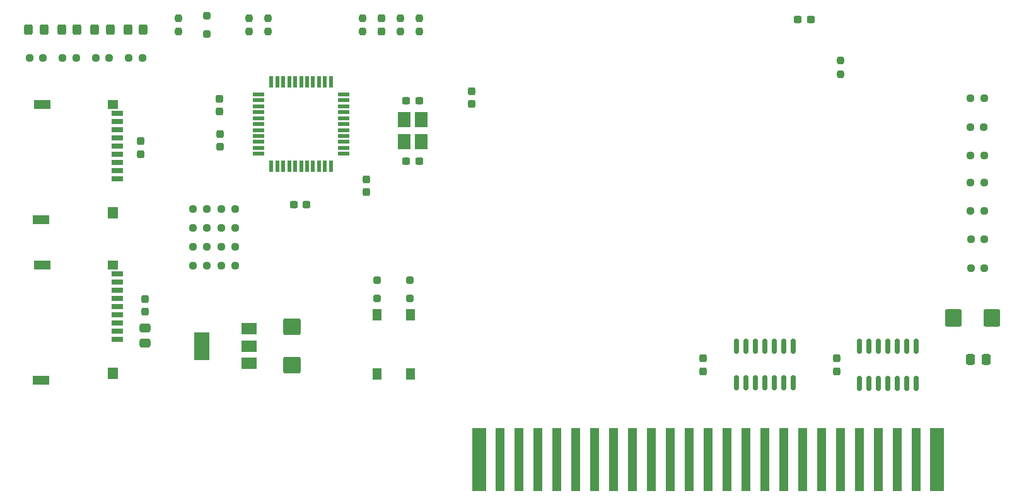
<source format=gbr>
%TF.GenerationSoftware,KiCad,Pcbnew,7.0.6+dfsg-1*%
%TF.CreationDate,2023-08-04T14:19:36+01:00*%
%TF.ProjectId,Apple2Card,4170706c-6532-4436-9172-642e6b696361,rev?*%
%TF.SameCoordinates,Original*%
%TF.FileFunction,Paste,Top*%
%TF.FilePolarity,Positive*%
%FSLAX46Y46*%
G04 Gerber Fmt 4.6, Leading zero omitted, Abs format (unit mm)*
G04 Created by KiCad (PCBNEW 7.0.6+dfsg-1) date 2023-08-04 14:19:36*
%MOMM*%
%LPD*%
G01*
G04 APERTURE LIST*
G04 Aperture macros list*
%AMRoundRect*
0 Rectangle with rounded corners*
0 $1 Rounding radius*
0 $2 $3 $4 $5 $6 $7 $8 $9 X,Y pos of 4 corners*
0 Add a 4 corners polygon primitive as box body*
4,1,4,$2,$3,$4,$5,$6,$7,$8,$9,$2,$3,0*
0 Add four circle primitives for the rounded corners*
1,1,$1+$1,$2,$3*
1,1,$1+$1,$4,$5*
1,1,$1+$1,$6,$7*
1,1,$1+$1,$8,$9*
0 Add four rect primitives between the rounded corners*
20,1,$1+$1,$2,$3,$4,$5,0*
20,1,$1+$1,$4,$5,$6,$7,0*
20,1,$1+$1,$6,$7,$8,$9,0*
20,1,$1+$1,$8,$9,$2,$3,0*%
G04 Aperture macros list end*
%ADD10RoundRect,0.237500X-0.300000X-0.237500X0.300000X-0.237500X0.300000X0.237500X-0.300000X0.237500X0*%
%ADD11RoundRect,0.237500X-0.250000X-0.237500X0.250000X-0.237500X0.250000X0.237500X-0.250000X0.237500X0*%
%ADD12RoundRect,0.237500X0.237500X-0.300000X0.237500X0.300000X-0.237500X0.300000X-0.237500X-0.300000X0*%
%ADD13RoundRect,0.237500X0.250000X0.237500X-0.250000X0.237500X-0.250000X-0.237500X0.250000X-0.237500X0*%
%ADD14RoundRect,0.250000X-0.250000X0.250000X-0.250000X-0.250000X0.250000X-0.250000X0.250000X0.250000X0*%
%ADD15RoundRect,0.237500X-0.237500X0.250000X-0.237500X-0.250000X0.237500X-0.250000X0.237500X0.250000X0*%
%ADD16RoundRect,0.250000X-0.325000X-0.450000X0.325000X-0.450000X0.325000X0.450000X-0.325000X0.450000X0*%
%ADD17RoundRect,0.237500X0.300000X0.237500X-0.300000X0.237500X-0.300000X-0.237500X0.300000X-0.237500X0*%
%ADD18R,1.400000X1.600000*%
%ADD19R,2.200000X1.200000*%
%ADD20R,1.600000X0.700000*%
%ADD21R,1.400000X1.200000*%
%ADD22RoundRect,0.237500X-0.237500X0.300000X-0.237500X-0.300000X0.237500X-0.300000X0.237500X0.300000X0*%
%ADD23RoundRect,0.250000X-0.925000X0.875000X-0.925000X-0.875000X0.925000X-0.875000X0.925000X0.875000X0*%
%ADD24R,1.270000X8.530000*%
%ADD25R,1.910000X8.530000*%
%ADD26RoundRect,0.237500X0.237500X-0.250000X0.237500X0.250000X-0.237500X0.250000X-0.237500X-0.250000X0*%
%ADD27R,2.000000X1.500000*%
%ADD28R,2.000000X3.800000*%
%ADD29R,1.800000X2.100000*%
%ADD30RoundRect,0.250000X-0.875000X-0.925000X0.875000X-0.925000X0.875000X0.925000X-0.875000X0.925000X0*%
%ADD31R,1.500000X0.550000*%
%ADD32R,0.550000X1.500000*%
%ADD33RoundRect,0.150000X0.150000X-0.825000X0.150000X0.825000X-0.150000X0.825000X-0.150000X-0.825000X0*%
%ADD34RoundRect,0.250000X-0.475000X0.337500X-0.475000X-0.337500X0.475000X-0.337500X0.475000X0.337500X0*%
%ADD35R,1.300000X1.550000*%
%ADD36RoundRect,0.250000X-0.337500X-0.475000X0.337500X-0.475000X0.337500X0.475000X-0.337500X0.475000X0*%
G04 APERTURE END LIST*
D10*
%TO.C,C2*%
X110643500Y-50800000D03*
X112368500Y-50800000D03*
%TD*%
D11*
%TO.C,R21*%
X186412500Y-58166000D03*
X188237500Y-58166000D03*
%TD*%
D12*
%TO.C,C15*%
X74930000Y-58012500D03*
X74930000Y-56287500D03*
%TD*%
D13*
%TO.C,R24*%
X70762500Y-45085000D03*
X68937500Y-45085000D03*
%TD*%
%TO.C,R15*%
X83820000Y-65405000D03*
X81995000Y-65405000D03*
%TD*%
D14*
%TO.C,D8*%
X111125000Y-74950000D03*
X111125000Y-77450000D03*
%TD*%
D15*
%TO.C,R6*%
X109860000Y-39727500D03*
X109860000Y-41552500D03*
%TD*%
%TO.C,R5*%
X112400000Y-39727500D03*
X112400000Y-41552500D03*
%TD*%
D16*
%TO.C,D1*%
X68825000Y-41275000D03*
X70875000Y-41275000D03*
%TD*%
D17*
%TO.C,C8*%
X164946500Y-39878000D03*
X163221500Y-39878000D03*
%TD*%
D18*
%TO.C,U5*%
X71220000Y-87495000D03*
D19*
X61720000Y-72895000D03*
D20*
X71820000Y-82895000D03*
X71820000Y-81795000D03*
X71820000Y-80695000D03*
X71820000Y-79595000D03*
X71820000Y-78495000D03*
X71820000Y-77395000D03*
X71820000Y-76295000D03*
X71820000Y-75195000D03*
X71820000Y-74095000D03*
D21*
X71220000Y-72895000D03*
D19*
X61620000Y-88395000D03*
%TD*%
D16*
%TO.C,D11*%
X73270000Y-41275000D03*
X75320000Y-41275000D03*
%TD*%
D14*
%TO.C,D7*%
X83820000Y-39390000D03*
X83820000Y-41890000D03*
%TD*%
D22*
%TO.C,C10*%
X150495000Y-85497500D03*
X150495000Y-87222500D03*
%TD*%
%TO.C,C9*%
X105270000Y-61382500D03*
X105270000Y-63107500D03*
%TD*%
D23*
%TO.C,C6*%
X95250000Y-81270000D03*
X95250000Y-86370000D03*
%TD*%
D11*
%TO.C,R22*%
X186362500Y-54356000D03*
X188187500Y-54356000D03*
%TD*%
D16*
%TO.C,D9*%
X64380000Y-41275000D03*
X66430000Y-41275000D03*
%TD*%
D11*
%TO.C,R18*%
X186392500Y-65646000D03*
X188217500Y-65646000D03*
%TD*%
D12*
%TO.C,C12*%
X85585000Y-52312500D03*
X85585000Y-50587500D03*
%TD*%
D24*
%TO.C,BUS1*%
X123190000Y-99060000D03*
X125730000Y-99060000D03*
X128270000Y-99060000D03*
X130810000Y-99060000D03*
X133350000Y-99060000D03*
X135890000Y-99060000D03*
X138430000Y-99060000D03*
X140970000Y-99060000D03*
X143510000Y-99060000D03*
X146050000Y-99060000D03*
X148590000Y-99060000D03*
X151130000Y-99060000D03*
X153670000Y-99060000D03*
X156210000Y-99060000D03*
X158750000Y-99060000D03*
X161290000Y-99060000D03*
X163830000Y-99060000D03*
X166370000Y-99060000D03*
X168910000Y-99060000D03*
X171450000Y-99060000D03*
X173990000Y-99060000D03*
X176530000Y-99060000D03*
X179070000Y-99060000D03*
D25*
X181864000Y-99060000D03*
X120396000Y-99060000D03*
%TD*%
D13*
%TO.C,R13*%
X83820000Y-73025000D03*
X81995000Y-73025000D03*
%TD*%
D26*
%TO.C,R27*%
X92075000Y-41552500D03*
X92075000Y-39727500D03*
%TD*%
D27*
%TO.C,U1*%
X89510000Y-86120000D03*
X89510000Y-83820000D03*
D28*
X83210000Y-83820000D03*
D27*
X89510000Y-81520000D03*
%TD*%
D29*
%TO.C,Y1*%
X112656000Y-56314000D03*
X112656000Y-53414000D03*
X110356000Y-53414000D03*
X110356000Y-56314000D03*
%TD*%
D13*
%TO.C,R26*%
X66317500Y-45085000D03*
X64492500Y-45085000D03*
%TD*%
%TO.C,R25*%
X75207500Y-45085000D03*
X73382500Y-45085000D03*
%TD*%
D30*
%TO.C,C17*%
X184140000Y-80010000D03*
X189240000Y-80010000D03*
%TD*%
D31*
%TO.C,U7*%
X102220000Y-57975000D03*
X102220000Y-57175000D03*
X102220000Y-56375000D03*
X102220000Y-55575000D03*
X102220000Y-54775000D03*
X102220000Y-53975000D03*
X102220000Y-53175000D03*
X102220000Y-52375000D03*
X102220000Y-51575000D03*
X102220000Y-50775000D03*
X102220000Y-49975000D03*
D32*
X100520000Y-48275000D03*
X99720000Y-48275000D03*
X98920000Y-48275000D03*
X98120000Y-48275000D03*
X97320000Y-48275000D03*
X96520000Y-48275000D03*
X95720000Y-48275000D03*
X94920000Y-48275000D03*
X94120000Y-48275000D03*
X93320000Y-48275000D03*
X92520000Y-48275000D03*
D31*
X90820000Y-49975000D03*
X90820000Y-50775000D03*
X90820000Y-51575000D03*
X90820000Y-52375000D03*
X90820000Y-53175000D03*
X90820000Y-53975000D03*
X90820000Y-54775000D03*
X90820000Y-55575000D03*
X90820000Y-56375000D03*
X90820000Y-57175000D03*
X90820000Y-57975000D03*
D32*
X92520000Y-59675000D03*
X93320000Y-59675000D03*
X94120000Y-59675000D03*
X94920000Y-59675000D03*
X95720000Y-59675000D03*
X96520000Y-59675000D03*
X97320000Y-59675000D03*
X98120000Y-59675000D03*
X98920000Y-59675000D03*
X99720000Y-59675000D03*
X100520000Y-59675000D03*
%TD*%
D13*
%TO.C,R16*%
X83818100Y-70485000D03*
X81993100Y-70485000D03*
%TD*%
D11*
%TO.C,R3*%
X186437500Y-69496000D03*
X188262500Y-69496000D03*
%TD*%
%TO.C,R23*%
X186407500Y-50486000D03*
X188232500Y-50486000D03*
%TD*%
D33*
%TO.C,U2*%
X154940000Y-88770000D03*
X156210000Y-88770000D03*
X157480000Y-88770000D03*
X158750000Y-88770000D03*
X160020000Y-88770000D03*
X161290000Y-88770000D03*
X162560000Y-88770000D03*
X162560000Y-83820000D03*
X161290000Y-83820000D03*
X160020000Y-83820000D03*
X158750000Y-83820000D03*
X157480000Y-83820000D03*
X156210000Y-83820000D03*
X154940000Y-83820000D03*
%TD*%
D18*
%TO.C,U6*%
X71220000Y-65905000D03*
D19*
X61720000Y-51305000D03*
D20*
X71820000Y-61305000D03*
X71820000Y-60205000D03*
X71820000Y-59105000D03*
X71820000Y-58005000D03*
X71820000Y-56905000D03*
X71820000Y-55805000D03*
X71820000Y-54705000D03*
X71820000Y-53605000D03*
X71820000Y-52505000D03*
D21*
X71220000Y-51305000D03*
D19*
X61620000Y-66805000D03*
%TD*%
D15*
%TO.C,R4*%
X104780000Y-39727500D03*
X104780000Y-41552500D03*
%TD*%
D34*
%TO.C,C5*%
X75565000Y-81385500D03*
X75565000Y-83460500D03*
%TD*%
D14*
%TO.C,D2*%
X106680000Y-74950000D03*
X106680000Y-77450000D03*
%TD*%
D33*
%TO.C,U3*%
X171450000Y-88835000D03*
X172720000Y-88835000D03*
X173990000Y-88835000D03*
X175260000Y-88835000D03*
X176530000Y-88835000D03*
X177800000Y-88835000D03*
X179070000Y-88835000D03*
X179070000Y-83885000D03*
X177800000Y-83885000D03*
X176530000Y-83885000D03*
X175260000Y-83885000D03*
X173990000Y-83885000D03*
X172720000Y-83885000D03*
X171450000Y-83885000D03*
%TD*%
D11*
%TO.C,R2*%
X186447500Y-73346000D03*
X188272500Y-73346000D03*
%TD*%
%TO.C,R7*%
X186427500Y-61816000D03*
X188252500Y-61816000D03*
%TD*%
D26*
%TO.C,R20*%
X80010000Y-41552500D03*
X80010000Y-39727500D03*
%TD*%
D22*
%TO.C,C4*%
X107320000Y-39777500D03*
X107320000Y-41502500D03*
%TD*%
D10*
%TO.C,C3*%
X110643500Y-58928000D03*
X112368500Y-58928000D03*
%TD*%
D13*
%TO.C,R19*%
X61872500Y-45085000D03*
X60047500Y-45085000D03*
%TD*%
D35*
%TO.C,SW1*%
X106716000Y-87541000D03*
X106716000Y-79591000D03*
X111216000Y-87541000D03*
X111216000Y-79591000D03*
%TD*%
D13*
%TO.C,R9*%
X87630000Y-65405000D03*
X85805000Y-65405000D03*
%TD*%
D15*
%TO.C,R1*%
X168910000Y-45442500D03*
X168910000Y-47267500D03*
%TD*%
D13*
%TO.C,R10*%
X87630000Y-73025000D03*
X85805000Y-73025000D03*
%TD*%
D16*
%TO.C,D10*%
X59935000Y-41275000D03*
X61985000Y-41275000D03*
%TD*%
D13*
%TO.C,R14*%
X83820000Y-67945000D03*
X81995000Y-67945000D03*
%TD*%
%TO.C,R17*%
X87630000Y-70485000D03*
X85805000Y-70485000D03*
%TD*%
D22*
%TO.C,C11*%
X168402000Y-85497500D03*
X168402000Y-87222500D03*
%TD*%
D12*
%TO.C,C7*%
X119380000Y-51255000D03*
X119380000Y-49530000D03*
%TD*%
D10*
%TO.C,C13*%
X95517500Y-64785000D03*
X97242500Y-64785000D03*
%TD*%
D26*
%TO.C,R28*%
X89535000Y-41552500D03*
X89535000Y-39727500D03*
%TD*%
D36*
%TO.C,C14*%
X186414500Y-85598000D03*
X188489500Y-85598000D03*
%TD*%
D13*
%TO.C,R8*%
X87630000Y-67945000D03*
X85805000Y-67945000D03*
%TD*%
D22*
%TO.C,C1*%
X85598000Y-55322300D03*
X85598000Y-57047300D03*
%TD*%
D12*
%TO.C,C16*%
X75565000Y-79195000D03*
X75565000Y-77470000D03*
%TD*%
M02*

</source>
